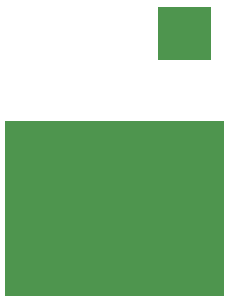
<source format=gbr>
%FSTAX23Y23*%
%MOIN*%
%SFA1B1*%

%IPPOS*%
%LNacoustics_4_mechanical_5-1*%
%LPD*%
G36*
X02024Y0001D02*
Y00592D01*
X02753*
Y0001*
X02024*
G37*
G36*
X02532Y00974D02*
X02708D01*
Y00796*
X02532*
Y00974*
G37*
M02*
</source>
